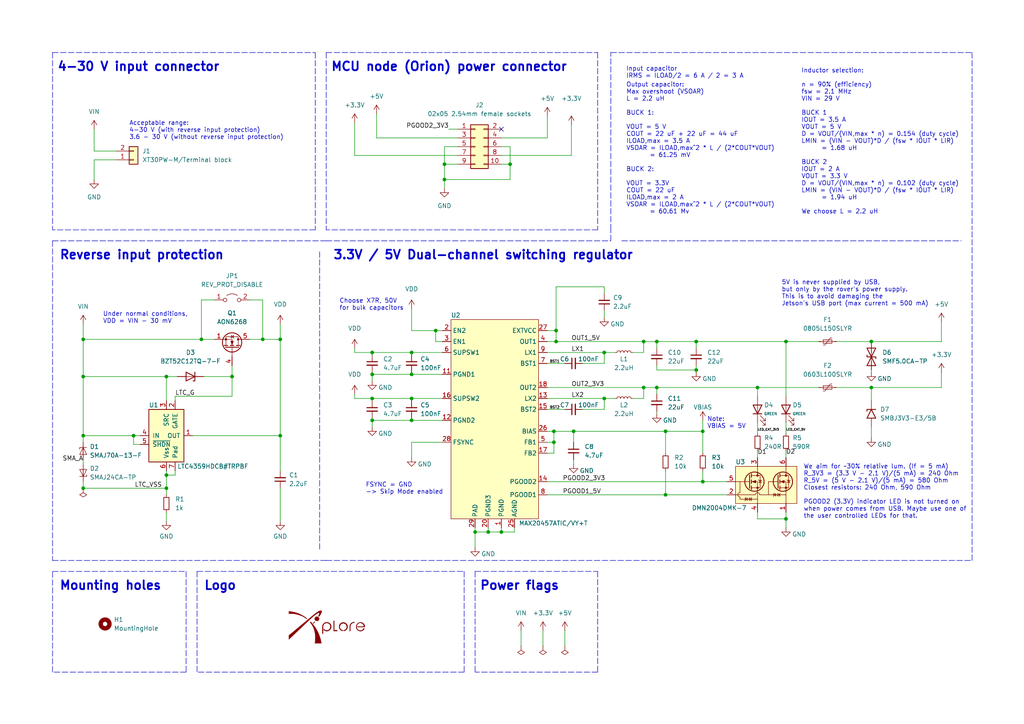
<source format=kicad_sch>
(kicad_sch (version 20211123) (generator eeschema)
  (paper "A4")
  (title_block (title "3.3V/5V Dual-channel Switching Regulator") (rev "1") (company "EPFL Xplore") (comment 2 "Author: Vincent Nguyen"))
  (lib_symbols
    (symbol "0_graphic:Xplore_Logo" (pin_numbers hide) (pin_names (offset 0) hide) (in_bom no))
    (symbol "0_power_protection:BZT52C12TQ-7-F" (pin_numbers hide) (pin_names hide)
      (property "Reference" "D" (at 0 5.715 0))
      (property "Value" "BZT52C12TQ-7-F" (at 0 3.175 0))
      (symbol "BZT52C12TQ-7-F_1_1"
        (pin passive line (at -3.81 0 0) (length 2.54) (name "K") (number "1"))
        (pin passive line (at 3.81 0 180) (length 2.54) (name "A") (number "2"))
      )
    )
    (symbol "0_power_protection:SMAJ24A" (pin_numbers hide) (pin_names hide)
      (property "Reference" "D" (at 0 2.54 0))
      (property "Value" "SMAJ24A" (at 0 -2.54 0))
      (symbol "SMAJ24A_1_1"
        (pin passive line (at -2.54 0 0) (length 2.54) (name "K1") (number "1"))
        (pin passive line (at 2.54 0 180) (length 2.54) (name "A") (number "2"))
      )
    )
    (symbol "0_power_protection:SMAJ70A" (pin_numbers hide) (pin_names hide)
      (property "Reference" "D80" (at -1.27 2.54 0))
      (property "Value" "SMAJ70A" (at -3.81 -2.54 0))
      (symbol "SMAJ70A_1_1"
        (pin passive line (at -2.54 0 0) (length 2.54) (name "K1") (number "1"))
        (pin passive line (at 2.54 0 180) (length 2.54) (name "A") (number "2"))
      )
    )
    (symbol "0_power_protection:SMBJ3V3-E3-5B" (pin_numbers hide) (pin_names hide)
      (property "Reference" "D" (at 0 0 0))
      (property "Value" "SMBJ3V3-E3-5B" (at 0 0 0))
      (symbol "SMBJ3V3-E3-5B_1_1"
        (pin passive line (at -3.81 0 0) (length 2.54) (name "A1") (number "1"))
        (pin passive line (at 3.81 0 180) (length 2.54) (name "A2") (number "2"))
      )
    )
    (symbol "0_power_protection:SMF5.0CA" (pin_numbers hide) (pin_names (offset 1.016) hide)
      (property "Reference" "D" (at 0 6.35 0))
      (property "Value" "SMF5.0CA" (at 3.81 3.81 0))
      (symbol "SMF5.0CA_1_1"
        (pin passive line (at -3.81 0 0) (length 2.54) (name "A1") (number "1"))
        (pin passive line (at 3.81 0 180) (length 2.54) (name "A2") (number "2"))
      )
    )
    (symbol "0_power_symbols:VBIAS" (power) (pin_numbers hide) (in_bom no) (on_board no)
      (property "Value" "VBIAS" (at 0 3.81 0))
      (symbol "VBIAS_1_1"
        (pin power_in line (at 0 0 90) (length 0) hide (name "VBIAS") (number "1"))
      )
    )
    (symbol "0_power_symbols:VIN" (power) (in_bom no) (on_board no)
      (property "Value" "VIN" (at 0 3.81 0))
      (symbol "VIN_1_1"
        (pin power_in line (at 0 0 90) (length 0) hide (name "VIN") (number "1"))
      )
    )
    (symbol "0_regulator_switching:MAX20457"
      (property "Reference" "U" (at -12.7 27.305 0))
      (property "Value" "MAX20457" (at 6.35 -33.02 0))
      (symbol "MAX20457_1_1"
        (pin power_in line (at 1.905 -34.29 90) (length 2.54) (name "PGND") (number "1"))
        (pin passive line (at 15.24 16.51 180) (length 2.54) hide (name "LX1") (number "10"))
        (pin power_in line (at -15.24 10.16 0) (length 2.54) (name "PGND1") (number "11"))
        (pin power_out line (at -15.24 -3.175 0) (length 2.54) (name "PGND2") (number "12"))
        (pin output line (at 15.24 3.175 180) (length 2.54) (name "LX2") (number "13"))
        (pin open_collector line (at 15.24 -20.955 180) (length 2.54) (name "PGOOD2") (number "14"))
        (pin output line (at 15.24 0 180) (length 2.54) (name "BST2") (number "15"))
        (pin power_out line (at -15.24 3.175 0) (length 2.54) (name "SUPSW2") (number "16"))
        (pin input line (at 15.24 -12.7 180) (length 2.54) (name "FB2") (number "17"))
        (pin input line (at 15.24 6.35 180) (length 2.54) (name "OUT2") (number "18"))
        (pin power_in line (at 1.905 -34.29 90) (length 2.54) hide (name "PGND") (number "19"))
        (pin input line (at -15.24 22.86 0) (length 2.54) (name "EN2") (number "2"))
        (pin power_in line (at -1.905 -34.29 90) (length 2.54) (name "PGND3") (number "20"))
        (pin no_connect line (at -15.24 -19.05 0) (length 2.54) hide (name "NC") (number "21"))
        (pin no_connect line (at -15.24 -14.605 0) (length 2.54) hide (name "NC") (number "22"))
        (pin power_in line (at 1.905 -34.29 90) (length 2.54) hide (name "PGND") (number "23"))
        (pin power_in line (at 1.905 -34.29 90) (length 2.54) hide (name "PGND") (number "24"))
        (pin power_in line (at 5.715 -34.29 90) (length 2.54) (name "AGND") (number "25"))
        (pin power_out line (at 15.24 -6.35 180) (length 2.54) (name "BIAS") (number "26"))
        (pin power_out line (at 15.24 22.86 180) (length 2.54) (name "EXTVCC") (number "27"))
        (pin input line (at -15.24 -9.525 0) (length 2.54) (name "FSYNC") (number "28"))
        (pin power_in line (at -5.715 -34.29 90) (length 2.54) (name "PAD") (number "29"))
        (pin input line (at -15.24 19.685 0) (length 2.54) (name "EN1") (number "3"))
        (pin input line (at 15.24 19.685 180) (length 2.54) (name "OUT1") (number "4"))
        (pin input line (at 15.24 -9.525 180) (length 2.54) (name "FB1") (number "5"))
        (pin power_in line (at -15.24 16.51 0) (length 2.54) (name "SUPSW1") (number "6"))
        (pin output line (at 15.24 13.335 180) (length 2.54) (name "BST1") (number "7"))
        (pin open_collector line (at 15.24 -24.765 180) (length 2.54) (name "PGOOD1") (number "8"))
        (pin passive line (at 15.24 16.51 180) (length 2.54) (name "LX1") (number "9"))
      )
    )
    (symbol "0_transistor:AON6268" (pin_names hide)
      (property "Reference" "Q" (at -1.27 0 0))
      (property "Value" "AON6268" (at 6.35 3.175 0))
      (symbol "AON6268_1_1"
        (pin passive line (at 0 -5.08 90) (length 2.54) (name "S") (number "1"))
        (pin passive line (at 0 -5.08 90) (length 2.54) hide (name "S") (number "2"))
        (pin passive line (at 0 -5.08 90) (length 2.54) hide (name "S") (number "3"))
        (pin input line (at -7.62 0 0) (length 2.54) (name "G") (number "4"))
        (pin passive line (at 0 5.08 270) (length 2.54) (name "D") (number "5"))
      )
    )
    (symbol "0_transistor:DMN2004DMK-7" (pin_names hide)
      (property "Reference" "U" (at 8.89 -2.54 0))
      (property "Value" "DMN2004DMK-7" (at 8.89 -5.08 0))
      (symbol "DMN2004DMK-7_1_1"
        (pin passive line (at 4.445 -8.255 90) (length 2.54) (name "S2") (number "1"))
        (pin input line (at -12.7 -3.175 0) (length 2.54) (name "G2") (number "2"))
        (pin passive line (at -3.81 7.62 270) (length 2.54) (name "D1") (number "3"))
        (pin passive line (at -3.81 -8.255 90) (length 2.54) (name "S1") (number "4"))
        (pin input line (at -12.7 0.635 0) (length 2.54) (name "G1") (number "5"))
        (pin passive line (at 4.445 7.62 270) (length 2.54) (name "D2") (number "6"))
      )
    )
    (symbol "Connector_Generic:Conn_01x02" (pin_names (offset 1.016) hide)
      (property "Reference" "J" (at 0 2.54 0))
      (property "Value" "Conn_01x02" (at 0 -5.08 0))
      (symbol "Conn_01x02_1_1"
        (pin passive line (at -5.08 0 0) (length 3.81) (name "Pin_1") (number "1"))
        (pin passive line (at -5.08 -2.54 0) (length 3.81) (name "Pin_2") (number "2"))
      )
    )
    (symbol "Connector_Generic:Conn_02x05_Odd_Even" (pin_names (offset 1.016) hide)
      (property "Reference" "J" (at 1.27 7.62 0))
      (property "Value" "Conn_02x05_Odd_Even" (at 1.27 -7.62 0))
      (symbol "Conn_02x05_Odd_Even_1_1"
        (pin passive line (at -5.08 5.08 0) (length 3.81) (name "Pin_1") (number "1"))
        (pin passive line (at 7.62 -5.08 180) (length 3.81) (name "Pin_10") (number "10"))
        (pin passive line (at 7.62 5.08 180) (length 3.81) (name "Pin_2") (number "2"))
        (pin passive line (at -5.08 2.54 0) (length 3.81) (name "Pin_3") (number "3"))
        (pin passive line (at 7.62 2.54 180) (length 3.81) (name "Pin_4") (number "4"))
        (pin passive line (at -5.08 0 0) (length 3.81) (name "Pin_5") (number "5"))
        (pin passive line (at 7.62 0 180) (length 3.81) (name "Pin_6") (number "6"))
        (pin passive line (at -5.08 -2.54 0) (length 3.81) (name "Pin_7") (number "7"))
        (pin passive line (at 7.62 -2.54 180) (length 3.81) (name "Pin_8") (number "8"))
        (pin passive line (at -5.08 -5.08 0) (length 3.81) (name "Pin_9") (number "9"))
      )
    )
    (symbol "Device:C_Small" (pin_numbers hide) (pin_names (offset 0.254) hide)
      (property "Reference" "C" (at 0.254 1.778 0))
      (property "Value" "C_Small" (at 0.254 -2.032 0))
      (symbol "C_Small_1_1"
        (pin passive line (at 0 2.54 270) (length 2.032) (name "~") (number "1"))
        (pin passive line (at 0 -2.54 90) (length 2.032) (name "~") (number "2"))
      )
    )
    (symbol "Device:LED" (pin_numbers hide) (pin_names (offset 1.016) hide)
      (property "Reference" "D" (at 0 2.54 0))
      (property "Value" "LED" (at 0 -2.54 0))
      (symbol "LED_1_1"
        (pin passive line (at -3.81 0 0) (length 2.54) (name "K") (number "1"))
        (pin passive line (at 3.81 0 180) (length 2.54) (name "A") (number "2"))
      )
    )
    (symbol "Device:L_Small" (pin_numbers hide) (pin_names (offset 0.254) hide)
      (property "Reference" "L" (at 0.762 1.016 0))
      (property "Value" "L_Small" (at 0.762 -1.016 0))
      (symbol "L_Small_1_1"
        (pin passive line (at 0 2.54 270) (length 0.508) (name "~") (number "1"))
        (pin passive line (at 0 -2.54 90) (length 0.508) (name "~") (number "2"))
      )
    )
    (symbol "Device:Polyfuse_Small" (pin_numbers hide) (pin_names (offset 0))
      (property "Reference" "F" (at -1.905 0 90))
      (property "Value" "Polyfuse_Small" (at 1.905 0 90))
      (symbol "Polyfuse_Small_1_1"
        (pin passive line (at 0 2.54 270) (length 0.635) (name "~") (number "1"))
        (pin passive line (at 0 -2.54 90) (length 0.635) (name "~") (number "2"))
      )
    )
    (symbol "Device:R_Small" (pin_numbers hide) (pin_names (offset 0.254) hide)
      (property "Reference" "R" (at 0.762 0.508 0))
      (property "Value" "R_Small" (at 0.762 -1.016 0))
      (symbol "R_Small_1_1"
        (pin passive line (at 0 2.54 270) (length 0.762) (name "~") (number "1"))
        (pin passive line (at 0 -2.54 90) (length 0.762) (name "~") (number "2"))
      )
    )
    (symbol "Jumper:Jumper_2_Open" (pin_names (offset 0) hide)
      (property "Reference" "JP" (at 0 2.794 0))
      (property "Value" "Jumper_2_Open" (at 0 -2.286 0))
      (symbol "Jumper_2_Open_1_1"
        (pin passive line (at -5.08 0 0) (length 2.54) (name "A") (number "1"))
        (pin passive line (at 5.08 0 180) (length 2.54) (name "B") (number "2"))
      )
    )
    (symbol "Mechanical:MountingHole" (pin_names (offset 1.016))
      (property "Reference" "H" (at 0 5.08 0))
      (property "Value" "MountingHole" (at 0 3.175 0))
    )
    (symbol "Power_Management:LTC4359-DCB" (pin_names (offset 1.016))
      (property "Reference" "U" (at -5.08 8.89 0))
      (property "Value" "LTC4359-DCB" (at 6.35 -6.35 0))
      (symbol "LTC4359-DCB_1_1"
        (pin input line (at 7.62 0 180) (length 2.54) (name "OUT") (number "1"))
        (pin output line (at 2.54 10.16 270) (length 2.54) (name "GATE") (number "2"))
        (pin input line (at 0 10.16 270) (length 2.54) (name "SRC") (number "3"))
        (pin power_in line (at -7.62 0 0) (length 2.54) (name "IN") (number "4"))
        (pin input line (at -7.62 -2.54 0) (length 2.54) (name "~{SHDN}") (number "5"))
        (pin power_in line (at 0 -10.16 90) (length 2.54) (name "Vss") (number "6"))
        (pin power_in line (at 2.54 -10.16 90) (length 2.54) (name "Pad") (number "7"))
      )
    )
    (symbol "power:+3.3V" (power) (pin_names (offset 0))
      (property "Value" "+3.3V" (at 0 3.556 0))
      (symbol "+3.3V_1_1"
        (pin power_in line (at 0 0 90) (length 0) hide (name "+3.3V") (number "1"))
      )
    )
    (symbol "power:+5V" (power) (pin_names (offset 0))
      (property "Value" "+5V" (at 0 3.556 0))
      (symbol "+5V_1_1"
        (pin power_in line (at 0 0 90) (length 0) hide (name "+5V") (number "1"))
      )
    )
    (symbol "power:GND" (power) (pin_names (offset 0))
      (property "Value" "GND" (at 0 -3.81 0))
      (symbol "GND_1_1"
        (pin power_in line (at 0 0 270) (length 0) hide (name "GND") (number "1"))
      )
    )
    (symbol "power:PWR_FLAG" (power) (pin_numbers hide) (pin_names (offset 0) hide)
      (property "Value" "PWR_FLAG" (at 0 3.81 0))
      (symbol "PWR_FLAG_0_0"
        (pin power_out line (at 0 0 90) (length 0) (name "pwr") (number "1"))
      )
    )
    (symbol "power:VDD" (power) (pin_names (offset 0))
      (property "Value" "VDD" (at 0 3.81 0))
      (symbol "VDD_1_1"
        (pin power_in line (at 0 0 90) (length 0) hide (name "VDD") (number "1"))
      )
    )
  )
  (junction (at 161.29 99.06))
  (junction (at 24.13 109.22))
  (junction (at 175.26 102.235))
  (junction (at 48.26 109.22))
  (junction (at 119.38 108.585))
  (junction (at 193.04 125.095))
  (junction (at 128.905 47.625))
  (junction (at 58.42 98.425))
  (junction (at 119.38 121.92))
  (junction (at 128.905 52.07))
  (junction (at 203.835 139.7))
  (junction (at 48.26 137.795))
  (junction (at 76.2 98.425))
  (junction (at 166.37 125.095))
  (junction (at 161.29 95.885))
  (junction (at 252.73 99.06))
  (junction (at 24.13 126.365))
  (junction (at 175.26 115.57))
  (junction (at 141.605 154.305))
  (junction (at 145.415 154.305))
  (junction (at 119.38 102.235))
  (junction (at 107.95 121.92))
  (junction (at 201.93 99.06))
  (junction (at 119.38 115.57))
  (junction (at 107.95 102.235))
  (junction (at 219.71 112.395))
  (junction (at 147.955 47.625))
  (junction (at 203.835 125.095))
  (junction (at 24.13 141.605))
  (junction (at 126.365 95.885))
  (junction (at 193.04 143.51))
  (junction (at 227.965 99.06))
  (junction (at 201.93 107.315))
  (junction (at 81.28 98.425))
  (junction (at 227.965 150.495))
  (junction (at 186.69 112.395))
  (junction (at 107.95 115.57))
  (junction (at 252.73 112.395))
  (junction (at 107.95 108.585))
  (junction (at 190.5 112.395))
  (junction (at 67.31 109.22))
  (junction (at 81.28 126.365))
  (junction (at 38.735 126.365))
  (junction (at 48.26 141.605))
  (junction (at 160.655 125.095))
  (junction (at 190.5 99.06))
  (junction (at 160.655 128.27))
  (junction (at 186.69 99.06))
  (junction (at 137.795 154.305))
  (junction (at 24.13 98.425))
  (no_connect (at 145.415 37.465))
  (wire (pts (xy 102.87 114.3) (xy 102.87 115.57)))
  (wire (pts (xy 137.795 154.305) (xy 137.795 158.75)))
  (wire (pts (xy 24.13 98.425) (xy 58.42 98.425)))
  (wire (pts (xy 161.29 99.06) (xy 186.69 99.06)))
  (wire (pts (xy 161.29 95.885) (xy 158.75 95.885)))
  (wire (pts (xy 128.905 47.625) (xy 132.715 47.625)))
  (wire (pts (xy 24.13 93.98) (xy 24.13 98.425)))
  (wire (pts (xy 227.965 150.495) (xy 227.965 153.035)))
  (wire (pts (xy 175.26 83.185) (xy 175.26 85.09)))
  (wire (pts (xy 141.605 154.305) (xy 137.795 154.305)))
  (wire (pts (xy 107.95 108.585) (xy 107.95 110.49)))
  (wire (pts (xy 203.835 125.095) (xy 203.835 131.445)))
  (wire (pts (xy 107.95 102.235) (xy 119.38 102.235)))
  (wire (pts (xy 252.73 112.395) (xy 273.05 112.395)))
  (wire (pts (xy 119.38 102.235) (xy 119.38 102.87)))
  (wire (pts (xy 158.75 105.41) (xy 163.83 105.41)))
  (wire (pts (xy 193.04 125.095) (xy 203.835 125.095)))
  (wire (pts (xy 166.37 125.095) (xy 193.04 125.095)))
  (wire (pts (xy 168.91 105.41) (xy 175.26 105.41)))
  (wire (pts (xy 147.955 47.625) (xy 147.955 42.545)))
  (wire (pts (xy 119.38 132.715) (xy 119.38 128.27)))
  (wire (pts (xy 168.91 118.745) (xy 175.26 118.745)))
  (wire (pts (xy 24.13 139.7) (xy 24.13 141.605)))
  (wire (pts (xy 102.87 100.965) (xy 102.87 102.235)))
  (wire (pts (xy 50.8 114.935) (xy 50.8 116.205)))
  (wire (pts (xy 102.87 102.235) (xy 107.95 102.235)))
  (wire (pts (xy 119.38 121.285) (xy 119.38 121.92)))
  (wire (pts (xy 62.23 86.995) (xy 58.42 86.995)))
  (wire (pts (xy 158.75 99.06) (xy 161.29 99.06)))
  (polyline (pts (xy 281.94 15.24) (xy 281.94 66.675)))
  (polyline (pts (xy 137.795 165.735) (xy 137.795 194.945)))
  (wire (pts (xy 128.27 108.585) (xy 119.38 108.585)))
  (wire (pts (xy 137.795 154.305) (xy 137.795 153.035)))
  (wire (pts (xy 190.5 120.015) (xy 190.5 119.38)))
  (wire (pts (xy 201.93 107.315) (xy 201.93 107.95)))
  (polyline (pts (xy 57.15 165.735) (xy 134.62 165.735)))
  (polyline (pts (xy 53.975 194.945) (xy 15.24 194.945)))
  (wire (pts (xy 227.965 122.555) (xy 227.965 125.73)))
  (wire (pts (xy 55.88 126.365) (xy 81.28 126.365)))
  (wire (pts (xy 128.905 54.61) (xy 128.905 52.07)))
  (wire (pts (xy 81.28 141.605) (xy 81.28 151.13)))
  (wire (pts (xy 149.225 153.035) (xy 149.225 154.305)))
  (wire (pts (xy 119.38 115.57) (xy 128.27 115.57)))
  (wire (pts (xy 201.93 99.06) (xy 227.965 99.06)))
  (wire (pts (xy 158.75 33.655) (xy 158.75 40.005)))
  (wire (pts (xy 175.26 115.57) (xy 178.435 115.57)))
  (wire (pts (xy 160.655 125.095) (xy 160.655 128.27)))
  (wire (pts (xy 190.5 99.06) (xy 190.5 100.965)))
  (wire (pts (xy 119.38 95.885) (xy 126.365 95.885)))
  (polyline (pts (xy 94.615 69.85) (xy 177.165 69.85)))
  (wire (pts (xy 201.93 99.06) (xy 201.93 100.965)))
  (wire (pts (xy 252.73 123.825) (xy 252.73 127)))
  (wire (pts (xy 128.905 47.625) (xy 128.905 52.07)))
  (wire (pts (xy 186.69 112.395) (xy 190.5 112.395)))
  (wire (pts (xy 252.73 107.95) (xy 252.73 107.315)))
  (wire (pts (xy 27.305 46.355) (xy 33.655 46.355)))
  (polyline (pts (xy 177.165 69.85) (xy 177.165 66.675)))
  (polyline (pts (xy 94.615 15.24) (xy 94.615 66.675)))
  (wire (pts (xy 190.5 99.06) (xy 201.93 99.06)))
  (wire (pts (xy 62.23 98.425) (xy 58.42 98.425)))
  (polyline (pts (xy 180.34 69.85) (xy 278.765 69.85)))
  (wire (pts (xy 67.31 114.935) (xy 67.31 109.22)))
  (wire (pts (xy 165.735 36.195) (xy 165.735 45.085)))
  (wire (pts (xy 175.26 102.235) (xy 178.435 102.235)))
  (wire (pts (xy 145.415 153.035) (xy 145.415 154.305)))
  (wire (pts (xy 24.13 126.365) (xy 38.735 126.365)))
  (wire (pts (xy 145.415 154.305) (xy 149.225 154.305)))
  (wire (pts (xy 157.48 182.88) (xy 157.48 187.325)))
  (wire (pts (xy 24.13 128.27) (xy 24.13 126.365)))
  (polyline (pts (xy 173.355 194.945) (xy 137.795 194.945)))
  (wire (pts (xy 151.13 182.88) (xy 151.13 187.325)))
  (polyline (pts (xy 91.44 66.675) (xy 15.24 66.675)))
  (wire (pts (xy 227.965 99.06) (xy 237.49 99.06)))
  (polyline (pts (xy 281.94 162.56) (xy 281.94 66.675)))
  (wire (pts (xy 58.42 86.995) (xy 58.42 98.425)))
  (wire (pts (xy 27.305 43.815) (xy 33.655 43.815)))
  (wire (pts (xy 102.87 45.085) (xy 132.715 45.085)))
  (polyline (pts (xy 134.62 194.945) (xy 57.15 194.945)))
  (polyline (pts (xy 173.355 15.24) (xy 173.355 66.675)))
  (wire (pts (xy 186.69 115.57) (xy 183.515 115.57)))
  (wire (pts (xy 186.69 102.235) (xy 183.515 102.235)))
  (wire (pts (xy 141.605 154.305) (xy 145.415 154.305)))
  (wire (pts (xy 158.75 118.745) (xy 163.83 118.745)))
  (wire (pts (xy 67.31 109.22) (xy 67.31 106.045)))
  (polyline (pts (xy 15.24 162.56) (xy 94.615 162.56)))
  (wire (pts (xy 128.27 99.06) (xy 126.365 99.06)))
  (wire (pts (xy 158.75 143.51) (xy 193.04 143.51)))
  (wire (pts (xy 107.95 108.585) (xy 107.95 107.95)))
  (wire (pts (xy 107.95 115.57) (xy 107.95 116.205)))
  (wire (pts (xy 227.965 150.495) (xy 219.71 150.495)))
  (polyline (pts (xy 137.795 165.735) (xy 173.355 165.735)))
  (wire (pts (xy 252.73 112.395) (xy 252.73 116.205)))
  (polyline (pts (xy 94.615 162.56) (xy 281.94 162.56)))
  (wire (pts (xy 227.965 99.06) (xy 227.965 114.935)))
  (wire (pts (xy 227.965 148.59) (xy 227.965 150.495)))
  (wire (pts (xy 145.415 47.625) (xy 147.955 47.625)))
  (wire (pts (xy 128.905 42.545) (xy 132.715 42.545)))
  (wire (pts (xy 161.29 83.185) (xy 161.29 95.885)))
  (wire (pts (xy 27.305 37.465) (xy 27.305 43.815)))
  (wire (pts (xy 24.13 109.22) (xy 24.13 126.365)))
  (wire (pts (xy 38.735 126.365) (xy 40.64 126.365)))
  (wire (pts (xy 48.26 109.22) (xy 24.13 109.22)))
  (wire (pts (xy 219.71 150.495) (xy 219.71 148.59)))
  (wire (pts (xy 48.26 148.59) (xy 48.26 151.13)))
  (polyline (pts (xy 15.24 69.85) (xy 94.615 69.85)))
  (wire (pts (xy 50.8 137.795) (xy 50.8 136.525)))
  (wire (pts (xy 175.26 118.745) (xy 175.26 115.57)))
  (wire (pts (xy 109.22 33.02) (xy 109.22 40.005)))
  (polyline (pts (xy 15.24 194.945) (xy 15.24 165.735)))
  (wire (pts (xy 158.75 112.395) (xy 186.69 112.395)))
  (wire (pts (xy 166.37 133.35) (xy 166.37 134.62)))
  (wire (pts (xy 147.955 47.625) (xy 147.955 52.07)))
  (polyline (pts (xy 15.24 15.24) (xy 15.24 66.675)))
  (wire (pts (xy 119.38 121.92) (xy 107.95 121.92)))
  (wire (pts (xy 201.93 106.045) (xy 201.93 107.315)))
  (wire (pts (xy 158.75 40.005) (xy 145.415 40.005)))
  (wire (pts (xy 81.28 98.425) (xy 76.2 98.425)))
  (wire (pts (xy 161.29 99.06) (xy 161.29 95.885)))
  (wire (pts (xy 128.27 121.92) (xy 119.38 121.92)))
  (wire (pts (xy 161.29 83.185) (xy 175.26 83.185)))
  (wire (pts (xy 252.73 99.06) (xy 252.73 99.695)))
  (wire (pts (xy 160.655 131.445) (xy 160.655 128.27)))
  (wire (pts (xy 119.38 108.585) (xy 107.95 108.585)))
  (wire (pts (xy 158.75 125.095) (xy 160.655 125.095)))
  (wire (pts (xy 72.39 86.995) (xy 76.2 86.995)))
  (polyline (pts (xy 134.62 165.735) (xy 134.62 194.945)))
  (wire (pts (xy 166.37 125.095) (xy 160.655 125.095)))
  (polyline (pts (xy 177.165 66.675) (xy 177.165 15.24)))
  (polyline (pts (xy 173.355 66.675) (xy 94.615 66.675)))
  (wire (pts (xy 186.69 112.395) (xy 186.69 115.57)))
  (wire (pts (xy 186.69 99.06) (xy 186.69 102.235)))
  (wire (pts (xy 203.835 136.525) (xy 203.835 139.7)))
  (wire (pts (xy 50.8 114.935) (xy 67.31 114.935)))
  (wire (pts (xy 141.605 153.035) (xy 141.605 154.305)))
  (wire (pts (xy 102.87 115.57) (xy 107.95 115.57)))
  (wire (pts (xy 24.13 141.605) (xy 48.26 141.605)))
  (wire (pts (xy 48.26 137.795) (xy 48.26 141.605)))
  (wire (pts (xy 119.38 102.235) (xy 128.27 102.235)))
  (wire (pts (xy 48.26 136.525) (xy 48.26 137.795)))
  (wire (pts (xy 193.04 143.51) (xy 210.82 143.51)))
  (wire (pts (xy 48.26 141.605) (xy 48.26 143.51)))
  (polyline (pts (xy 173.355 165.735) (xy 173.355 194.945)))
  (wire (pts (xy 76.2 86.995) (xy 76.2 98.425)))
  (wire (pts (xy 119.38 89.535) (xy 119.38 95.885)))
  (wire (pts (xy 203.835 139.7) (xy 210.82 139.7)))
  (polyline (pts (xy 53.975 165.735) (xy 53.975 194.945)))
  (polyline (pts (xy 57.15 165.735) (xy 57.15 194.945)))
  (polyline (pts (xy 91.44 15.24) (xy 91.44 66.675)))
  (wire (pts (xy 190.5 107.315) (xy 201.93 107.315)))
  (wire (pts (xy 81.28 93.98) (xy 81.28 98.425)))
  (wire (pts (xy 27.305 52.07) (xy 27.305 46.355)))
  (wire (pts (xy 273.05 93.345) (xy 273.05 99.06)))
  (wire (pts (xy 24.13 133.35) (xy 24.13 134.62)))
  (wire (pts (xy 158.75 102.235) (xy 175.26 102.235)))
  (wire (pts (xy 219.71 112.395) (xy 219.71 114.935)))
  (polyline (pts (xy 15.24 69.85) (xy 15.24 162.56)))
  (wire (pts (xy 242.57 99.06) (xy 252.73 99.06)))
  (polyline (pts (xy 15.24 165.735) (xy 53.975 165.735)))
  (wire (pts (xy 59.055 109.22) (xy 67.31 109.22)))
  (wire (pts (xy 81.28 126.365) (xy 81.28 98.425)))
  (wire (pts (xy 203.835 121.92) (xy 203.835 125.095)))
  (wire (pts (xy 130.175 37.465) (xy 132.715 37.465)))
  (wire (pts (xy 128.905 47.625) (xy 128.905 42.545)))
  (polyline (pts (xy 15.24 15.24) (xy 91.44 15.24)))
  (polyline (pts (xy 177.165 15.24) (xy 281.94 15.24)))
  (wire (pts (xy 186.69 99.06) (xy 190.5 99.06)))
  (wire (pts (xy 158.75 115.57) (xy 175.26 115.57)))
  (wire (pts (xy 107.95 102.235) (xy 107.95 102.87)))
  (wire (pts (xy 219.71 122.555) (xy 219.71 125.73)))
  (wire (pts (xy 147.955 42.545) (xy 145.415 42.545)))
  (polyline (pts (xy 92.71 73.025) (xy 92.71 159.385)))
  (wire (pts (xy 165.735 45.085) (xy 145.415 45.085)))
  (wire (pts (xy 227.965 130.81) (xy 227.965 132.715)))
  (wire (pts (xy 166.37 128.27) (xy 166.37 125.095)))
  (wire (pts (xy 163.83 182.88) (xy 163.83 187.325)))
  (wire (pts (xy 38.735 128.905) (xy 38.735 126.365)))
  (wire (pts (xy 147.955 52.07) (xy 128.905 52.07)))
  (wire (pts (xy 158.75 139.7) (xy 203.835 139.7)))
  (wire (pts (xy 158.75 131.445) (xy 160.655 131.445)))
  (wire (pts (xy 24.13 98.425) (xy 24.13 109.22)))
  (wire (pts (xy 193.04 136.525) (xy 193.04 143.51)))
  (wire (pts (xy 107.95 121.92) (xy 107.95 121.285)))
  (wire (pts (xy 119.38 107.95) (xy 119.38 108.585)))
  (wire (pts (xy 219.71 112.395) (xy 237.49 112.395)))
  (wire (pts (xy 219.71 130.81) (xy 219.71 132.715)))
  (wire (pts (xy 190.5 112.395) (xy 219.71 112.395)))
  (wire (pts (xy 48.26 109.22) (xy 51.435 109.22)))
  (wire (pts (xy 160.655 128.27) (xy 158.75 128.27)))
  (wire (pts (xy 190.5 106.045) (xy 190.5 107.315)))
  (wire (pts (xy 242.57 112.395) (xy 252.73 112.395)))
  (wire (pts (xy 193.04 125.095) (xy 193.04 131.445)))
  (wire (pts (xy 81.28 136.525) (xy 81.28 126.365)))
  (wire (pts (xy 48.26 116.205) (xy 48.26 109.22)))
  (wire (pts (xy 273.05 107.95) (xy 273.05 112.395)))
  (wire (pts (xy 190.5 114.3) (xy 190.5 112.395)))
  (wire (pts (xy 40.64 128.905) (xy 38.735 128.905)))
  (wire (pts (xy 102.87 35.56) (xy 102.87 45.085)))
  (wire (pts (xy 107.95 121.92) (xy 107.95 123.825)))
  (wire (pts (xy 119.38 128.27) (xy 128.27 128.27)))
  (wire (pts (xy 126.365 99.06) (xy 126.365 95.885)))
  (wire (pts (xy 107.95 115.57) (xy 119.38 115.57)))
  (wire (pts (xy 175.26 105.41) (xy 175.26 102.235)))
  (wire (pts (xy 126.365 95.885) (xy 128.27 95.885)))
  (wire (pts (xy 48.26 137.795) (xy 50.8 137.795)))
  (polyline (pts (xy 94.615 15.24) (xy 173.355 15.24)))
  (wire (pts (xy 119.38 115.57) (xy 119.38 116.205)))
  (wire (pts (xy 76.2 98.425) (xy 72.39 98.425)))
  (wire (pts (xy 175.26 90.17) (xy 175.26 92.075)))
  (wire (pts (xy 109.22 40.005) (xy 132.715 40.005)))
  (wire (pts (xy 273.05 99.06) (xy 252.73 99.06)))
  (text "Output capacitor:\nMax overshoot (VSOAR)\nL = 2.2 uH\n\nBUCK 1:\n\nVOUT = 5 V\nCOUT = 22 uF + 22 uF = 44 uF\nILOAD,max = 3.5 A\nVSOAR = ILOAD,max^2 * L / (2*COUT*VOUT) \n       = 61.25 mV\n\nBUCK 2:\n\nVOUT = 3.3V\nCOUT = 22 uF\nILOAD,max = 2 A\nVSOAR = ILOAD,max^2 * L / (2*COUT*VOUT) \n       = 60.61 Mv\n" (at 181.61 62.23 0) (effects (font (size 1.27 1.27)) (justify left bottom)))
  (text "Reverse input protection" (at 17.145 75.565 0) (effects (font (size 2.54 2.54) (thickness 0.508) bold) (justify left bottom)))
  (text "3.3V / 5V Dual-channel switching regulator" (at 96.52 75.565 0) (effects (font (size 2.54 2.54) (thickness 0.508) bold) (justify left bottom)))
  (text "We aim for ~30% relative lum. (If = 5 mA)\nR_3V3 = (3.3 V - 2.1 V)/(5 mA) = 240 Ohm\nR_5V = (5 V - 2.1 V)/(5 mA) = 580 Ohm\nClosest resistors: 240 Ohm, 590 Ohm\n\nPGOOD2 (3.3V) indicator LED is not turned on\nwhen power comes from USB. Maybe use one of\nthe user controlled LEDs for that." (at 233.045 150.495 0) (effects (font (size 1.27 1.27)) (justify left bottom)))
  (text "Inductor selection:\n\nn = 90% (efficiency)\nfsw = 2.1 MHz\nVIN = 29 V\n\nBUCK 1\nIOUT = 3.5 A\nVOUT = 5 V\nD = VOUT/(VIN,max * n) = 0.154 (duty cycle)\nLMIN = (VIN - VOUT)*D / (fsw * IOUT * LIR) \n      = 1.68 uH\n\nBUCK 2\nIOUT = 2 A\nVOUT = 3.3 V\nD = VOUT/(VIN,max * n) = 0.102 (duty cycle)\nLMIN = (VIN - VOUT)*D / (fsw * IOUT * LIR) \n      = 1.94 uH\n\nWe choose L = 2.2 uH" (at 232.41 62.23 0) (effects (font (size 1.27 1.27)) (justify left bottom)))
  (text "4-30 V input connector" (at 16.51 20.955 0) (effects (font (size 2.54 2.54) (thickness 0.508) bold) (justify left bottom)))
  (text "Acceptable range: \n4-30 V (with reverse input protection)\n3.6 - 30 V (without reverse input protection)" (at 37.465 40.64 0) (effects (font (size 1.27 1.27)) (justify left bottom)))
  (text "FSYNC = GND \n-> Skip Mode enabled" (at 106.045 143.51 0) (effects (font (size 1.27 1.27)) (justify left bottom)))
  (text "Power flags" (at 139.065 171.45 0) (effects (font (size 2.54 2.54) (thickness 0.508) bold) (justify left bottom)))
  (text "Choose X7R, 50V \nfor bulk capacitors" (at 98.425 90.17 0) (effects (font (size 1.27 1.27)) (justify left bottom)))
  (text "MCU node (Orion) power connector" (at 95.885 20.955 0) (effects (font (size 2.54 2.54) (thickness 0.508) bold) (justify left bottom)))
  (text "Mounting holes" (at 17.145 171.45 0) (effects (font (size 2.54 2.54) (thickness 0.508) bold) (justify left bottom)))
  (text "Note:\nVBIAS = 5V" (at 205.105 124.46 0) (effects (font (size 1.27 1.27)) (justify left bottom)))
  (text "Logo" (at 59.055 171.45 0) (effects (font (size 2.54 2.54) (thickness 0.508) bold) (justify left bottom)))
  (text "5V is never supplied by USB, \nbut only by the rover's power supply.\nThis is to avoid damaging the \nJetson's USB port (max current = 500 mA)" (at 226.695 88.9 0) (effects (font (size 1.27 1.27)) (justify left bottom)))
  (text "Input capacitor\nIRMS = ILOAD/2 = 6 A / 2 = 3 A" (at 181.61 22.86 0) (effects (font (size 1.27 1.27)) (justify left bottom)))
  (text "Under normal conditions, \nVDD = VIN - 30 mV" (at 29.845 93.98 0) (effects (font (size 1.27 1.27)) (justify left bottom)))
  (label "OUT2_3V3" (at 165.735 112.395 0))
  (label "PGOOD2_3V3" (at 130.175 37.465 180))
  (label "PGOOD2_3V3" (at 163.195 139.7 0))
  (label "LX2" (at 165.735 115.57 0))
  (label "LED_CAT_5V" (at 227.965 125.095 0) (effects (font (size 0.635 0.635))))
  (label "LED_CAT_3V3" (at 219.71 125.095 0) (effects (font (size 0.635 0.635))))
  (label "BST2" (at 159.385 118.745 0) (effects (font (size 0.762 0.762))))
  (label "D2" (at 227.965 132.0205 0))
  (label "LTC_VSS" (at 46.99 141.605 180))
  (label "LX1" (at 165.735 102.235 0))
  (label "OUT1_5V" (at 165.735 99.06 0))
  (label "LTC_G" (at 50.8 114.935 0))
  (label "SMA_A" (at 24.13 133.985 180))
  (label "PGOOD1_5V" (at 163.195 143.51 0))
  (label "D1" (at 219.71 132.08 0))
  (label "BST1" (at 159.385 105.41 0) (effects (font (size 0.762 0.762))))
  (symbol (lib_id "power:VDD") (at 119.38 89.535 0) (unit 1)
    (property "Reference" "#PWR015" (effects hide))
    (property "Value" "VDD" (at 119.38 83.82 0))
  )
  (symbol (lib_id "power:GND") (at 252.73 127 0) (unit 1)
    (property "Reference" "#PWR029" (effects hide))
    (property "Value" "GND" (at 256.54 128.905 0))
  )
  (symbol (lib_id "0_transistor:DMN2004DMK-7") (at 223.52 140.335 0) (unit 1)
    (property "Reference" "U3" (at 213.36 133.985 0) (effects (justify left)))
    (property "Value" "DMN2004DMK-7" (at 216.535 147.32 0) (effects (justify right)))
    (property "Footprint" "Package_TO_SOT_SMD:SOT-23-6" (effects hide))
    (property "Datasheet" "https://www.diodes.com/assets/Datasheets/ds30937.pdf" (effects hide))
    (property "Manufacturer ref" "DMN2004DMK-7" (effects hide))
    (property "Digikey ref" "DMN2004DMKDICT-ND" (effects hide))
  )
  (symbol (lib_id "Connector_Generic:Conn_01x02") (at 38.735 46.355 0) (mirror x) (unit 1)
    (property "Reference" "J1" (at 41.275 43.815 0) (effects (justify left)))
    (property "Value" "XT30PW-M/Terminal block" (at 41.275 46.355 0) (effects (justify left)))
    (property "Footprint" "0_connectors:AMASS_XT30PW-M_1x02_P2.50mm_Horizontal" (effects hide))
    (property "Datasheet" "https://www.tme.eu/Document/6eb2005a51a52592b3f19e8a450c54c8/XT30PW-M.pdf" (effects hide))
    (property "Manufacturer ref" "XT30PW-M" (effects hide))
    (property "TME ref" "XT30PW-M" (effects hide))
  )
  (symbol (lib_id "0_power_protection:BZT52C12TQ-7-F") (at 55.245 109.22 180) (unit 1)
    (property "Reference" "D3" (at 55.245 102.235 0))
    (property "Value" "BZT52C12TQ-7-F" (at 55.245 104.775 0))
    (property "Footprint" "Diode_SMD:D_SOD-523" (effects hide))
    (property "Datasheet" "https://www.diodes.com/assets/Datasheets/ds30502.pdf" (effects hide))
    (property "Manufacturer ref" "BZT52C12TQ-7-F" (effects hide))
    (property "Digikey ref" "BZT52C12TQ-7-FDICT-ND" (effects hide))
  )
  (symbol (lib_id "power:GND") (at 27.305 52.07 0) (unit 1)
    (property "Reference" "#PWR03" (effects hide))
    (property "Value" "GND" (at 27.305 57.15 0))
  )
  (symbol (lib_id "power:GND") (at 190.5 120.015 0) (unit 1)
    (property "Reference" "#PWR024" (effects hide))
    (property "Value" "GND" (at 194.31 121.92 0))
  )
  (symbol (lib_id "Device:C_Small") (at 166.37 105.41 90) (unit 1)
    (property "Reference" "C6" (at 165.1 104.14 90) (effects (justify left)))
    (property "Value" "100nF" (at 167.64 104.14 90) (effects (justify right)))
    (property "Footprint" "Capacitor_SMD:C_0603_1608Metric" (effects hide))
  )
  (symbol (lib_id "power:+5V") (at 163.83 182.88 0) (unit 1)
    (property "Reference" "#PWR017" (effects hide))
    (property "Value" "+5V" (at 163.83 177.8 0))
  )
  (symbol (lib_id "power:VDD") (at 102.87 114.3 0) (unit 1)
    (property "Reference" "#PWR09" (effects hide))
    (property "Value" "VDD" (at 102.87 108.585 0))
  )
  (symbol (lib_id "Connector_Generic:Conn_02x05_Odd_Even") (at 137.795 42.545 0) (unit 1)
    (property "Reference" "J2" (at 139.065 30.48 0))
    (property "Value" "02x05 2.54mm female sockets" (at 139.065 33.02 0))
    (property "Footprint" "0_connectors:SFH11-PBPC-D05-ST-BK" (effects hide))
    (property "Datasheet" "https://s3.amazonaws.com/catalogspreads-pdf/PAGE123%20.100%20SFH11%20SERIES%20FEMALE%20HDR%20ST%20RA.pdf" (effects hide))
    (property "Manufacturer ref" "SFH11-PBPC-D05-ST-BK" (effects hide))
    (property "Digikey ref" "S9194-ND" (effects hide))
  )
  (symbol (lib_id "0_power_protection:SMBJ3V3-E3-5B") (at 252.73 120.015 90) (mirror x) (unit 1)
    (property "Reference" "D7" (at 255.27 118.745 90) (effects (justify right)))
    (property "Value" "SMBJ3V3-E3/5B" (at 255.27 121.285 90) (effects (justify right)))
    (property "Footprint" "Diode_SMD:D_SMB" (effects hide))
    (property "Datasheet" "https://www.vishay.com/docs/88940/smbj3v3.pdf" (effects hide))
    (property "Manufacturer ref" "SMBJ3V3-E3/5B" (effects hide))
    (property "Digikey ref" "SMBJ3V3-E3/5BGICT-ND" (effects hide))
  )
  (symbol (lib_id "0_power_protection:SMAJ70A") (at 24.13 130.81 270) (unit 1)
    (property "Reference" "D1" (at 26.035 129.5399 90) (effects (justify left)))
    (property "Value" "SMAJ70A-13-F" (at 26.035 132.0799 90) (effects (justify left)))
    (property "Footprint" "Diode_SMD:D_SMA" (effects hide))
    (property "Datasheet" "https://www.diodes.com/assets/Datasheets/SMAJ5.0CA-SMAJ200CA.pdf" (effects hide))
    (property "Manufacturer ref" "SMAJ70A-13-F" (effects hide))
    (property "Digikey ref" "SMAJ70A-FDICT-ND" (effects hide))
  )
  (symbol (lib_id "Device:L_Small") (at 180.975 102.235 90) (unit 1)
    (property "Reference" "L1" (at 180.975 104.14 90))
    (property "Value" "2.2uH" (at 180.975 106.68 90))
    (property "Footprint" "0_inductor:0640CDMCCDS-2R2MC" (effects hide))
    (property "Datasheet" "https://products.sumida.com/products/pdf/0640CDMCCDS%20(en).pdf?t=1585068674" (effects hide))
    (property "Manufacturer ref" "0640CDMCCDS-2R2MC" (effects hide))
    (property "Digikey ref" "308-0640CDMCCDS-2R2MCCT-ND" (effects hide))
  )
  (symbol (lib_id "Device:LED") (at 227.965 118.745 90) (unit 1)
    (property "Reference" "D5" (at 229.87 117.475 90) (effects (justify right)))
    (property "Value" "GREEN" (at 229.87 120.015 90) (effects (font (size 0.762 0.762)) (justify right)))
    (property "Footprint" "LED_SMD:LED_0603_1608Metric" (effects hide))
    (property "Datasheet" "https://www.bivar.com/parts_content/Datasheets/SM0603GC.pdf" (effects hide))
    (property "Manufacturer ref" "SM0603GC" (effects hide))
    (property "Digikey ref" "492-1324-1-ND" (effects hide))
  )
  (symbol (lib_id "0_power_symbols:VIN") (at 151.13 182.88 0) (unit 1) (in_bom no) (on_board no)
    (property "Reference" "#PWR012" (effects hide))
    (property "Value" "VIN" (at 151.13 177.8 0))
  )
  (symbol (lib_id "power:+5V") (at 273.05 93.345 0) (unit 1)
    (property "Reference" "#PWR030" (effects hide))
    (property "Value" "+5V" (at 273.05 88.265 0))
  )
  (symbol (lib_id "Device:R_Small") (at 219.71 128.27 180) (unit 1)
    (property "Reference" "R4" (at 221.615 127 0) (effects (justify right)))
    (property "Value" "240R" (at 221.615 129.54 0) (effects (justify right)))
    (property "Footprint" "Resistor_SMD:R_0603_1608Metric" (effects hide))
  )
  (symbol (lib_id "0_graphic:Xplore_Logo") (at 94.615 185.42 0) (unit 1) (in_bom no)
    (property "Reference" "G1" (effects hide))
    (property "Value" "Xplore_Logo" (effects hide))
    (property "Footprint" "0_graphic:Xplore_Logo_X_only_10mm" (effects hide))
  )
  (symbol (lib_id "Device:C_Small") (at 190.5 103.505 0) (unit 1)
    (property "Reference" "C10" (at 193.675 102.2412 0) (effects (justify left)))
    (property "Value" "22uF" (at 193.675 104.7812 0) (effects (justify left)))
    (property "Footprint" "Capacitor_SMD:C_1206_3216Metric" (effects hide))
    (property "Datasheet" "https://search.murata.co.jp/Ceramy/image/img/A01X/G101/ENG/GRM31CR71A226KE15-01.pdf" (effects hide))
    (property "Digikey ref" "490-5309-1-ND" (effects hide))
    (property "Manufacturer ref" "GRM31CR71A226KE15L" (effects hide))
  )
  (symbol (lib_id "Device:L_Small") (at 180.975 115.57 90) (unit 1)
    (property "Reference" "L2" (at 180.975 117.475 90))
    (property "Value" "2.2uH" (at 180.975 120.015 90))
    (property "Footprint" "0_inductor:0640CDMCCDS-2R2MC" (effects hide))
    (property "Datasheet" "https://products.sumida.com/products/pdf/0640CDMCCDS%20(en).pdf?t=1585068674" (effects hide))
    (property "Manufacturer ref" "0640CDMCCDS-2R2MC" (effects hide))
    (property "Digikey ref" "308-0640CDMCCDS-2R2MCCT-ND" (effects hide))
  )
  (symbol (lib_id "Device:R_Small") (at 48.26 146.05 180) (unit 1)
    (property "Reference" "R1" (at 50.8 144.7799 0) (effects (justify right)))
    (property "Value" "1k" (at 50.8 147.3199 0) (effects (justify right)))
    (property "Footprint" "Resistor_SMD:R_1206_3216Metric" (effects hide))
    (property "Datasheet" "https://www.vishay.com/docs/20043/crcwhpe3.pdf" (effects hide))
    (property "Manufacturer ref" "CRCW12061K00JNEAHP" (effects hide))
    (property "Digikey ref" "541-1.0KUACT-ND" (effects hide))
  )
  (symbol (lib_id "power:GND") (at 128.905 54.61 0) (unit 1)
    (property "Reference" "#PWR018" (effects hide))
    (property "Value" "GND" (at 128.905 59.69 0))
  )
  (symbol (lib_id "power:GND") (at 166.37 134.62 0) (unit 1)
    (property "Reference" "#PWR022" (effects hide))
    (property "Value" "GND" (at 170.18 136.525 0))
  )
  (symbol (lib_id "0_regulator_switching:MAX20457") (at 143.51 118.745 0) (unit 1)
    (property "Reference" "U2" (at 130.81 91.44 0) (effects (justify left)))
    (property "Value" "MAX20457ATIC/VY+T" (at 150.495 151.765 0) (effects (justify left)))
    (property "Footprint" "Package_DFN_QFN:TQFN-28-1EP_5x5mm_P0.5mm_EP3.25x3.25mm_ThermalVias" (effects hide))
    (property "Datasheet" "https://www.mouser.ch/datasheet/2/256/MAX20457-2090433.pdf" (effects hide))
    (property "Manufacturer ref" "MAX20457ATIC/VY+T" (effects hide))
    (property "Digikey ref" "175-MAX20457ATIC/VY+TTR-ND" (effects hide))
  )
  (symbol (lib_id "power:GND") (at 201.93 107.95 0) (unit 1)
    (property "Reference" "#PWR025" (effects hide))
    (property "Value" "GND" (at 205.74 109.855 0))
  )
  (symbol (lib_id "power:GND") (at 119.38 132.715 0) (unit 1)
    (property "Reference" "#PWR016" (effects hide))
    (property "Value" "GND" (at 123.19 134.62 0))
  )
  (symbol (lib_id "power:GND") (at 107.95 110.49 0) (unit 1)
    (property "Reference" "#PWR010" (effects hide))
    (property "Value" "GND" (at 111.76 112.395 0))
  )
  (symbol (lib_id "Device:C_Small") (at 81.28 139.065 180) (unit 1)
    (property "Reference" "C1" (at 83.82 137.7885 0) (effects (justify right)))
    (property "Value" "2.2uF" (at 83.82 140.3285 0) (effects (justify right)))
    (property "Footprint" "Capacitor_SMD:C_0603_1608Metric" (effects hide))
  )
  (symbol (lib_id "power:GND") (at 81.28 151.13 0) (unit 1)
    (property "Reference" "#PWR06" (effects hide))
    (property "Value" "GND" (at 81.28 155.575 0))
  )
  (symbol (lib_id "power:+3.3V") (at 157.48 182.88 0) (unit 1)
    (property "Reference" "#PWR014" (effects hide))
    (property "Value" "+3.3V" (at 157.48 177.8 0))
  )
  (symbol (lib_id "0_power_protection:SMAJ24A") (at 24.13 137.16 90) (unit 1)
    (property "Reference" "D2" (at 26.035 135.8899 90) (effects (justify right)))
    (property "Value" "SMAJ24CA-TP" (at 26.035 138.4299 90) (effects (justify right)))
    (property "Footprint" "Diode_SMD:D_SMA" (effects hide))
    (property "Datasheet" "https://www.mccsemi.com/pdf/Products/SMAJ5.0-SMAJ440CA(SMA).pdf" (effects hide))
    (property "Manufacturer ref" "SMAJ24CA-TP" (effects hide))
    (property "Digikey ref" "SMAJ24CA-TPMSCT-ND" (effects hide))
  )
  (symbol (lib_id "0_power_symbols:VIN") (at 27.305 37.465 0) (unit 1) (in_bom no) (on_board no)
    (property "Reference" "#PWR02" (effects hide))
    (property "Value" "VIN" (at 27.305 32.385 0))
  )
  (symbol (lib_id "Device:LED") (at 219.71 118.745 90) (unit 1)
    (property "Reference" "D4" (at 221.615 117.475 90) (effects (justify right)))
    (property "Value" "GREEN" (at 221.615 120.015 90) (effects (font (size 0.762 0.762)) (justify right)))
    (property "Footprint" "LED_SMD:LED_0603_1608Metric" (effects hide))
    (property "Datasheet" "https://www.bivar.com/parts_content/Datasheets/SM0603GC.pdf" (effects hide))
    (property "Manufacturer ref" "SM0603GC" (effects hide))
    (property "Digikey ref" "492-1324-1-ND" (effects hide))
  )
  (symbol (lib_id "power:PWR_FLAG") (at 151.13 187.325 180) (unit 1)
    (property "Reference" "#FLG02" (effects hide))
    (property "Value" "PWR_FLAG" (effects hide))
  )
  (symbol (lib_id "0_power_protection:SMF5.0CA") (at 252.73 103.505 90) (unit 1)
    (property "Reference" "D6" (at 255.905 102.2349 90) (effects (justify right)))
    (property "Value" "SMF5.0CA-TP" (at 255.905 104.7749 90) (effects (justify right)))
    (property "Footprint" "Diode_SMD:D_SOD-123" (effects hide))
    (property "Datasheet" "https://www.mouser.ch/datasheet/2/240/Littelfuse_TVS_Diode_SMF_Datasheet.pdf-1698977.pdf" (effects hide))
    (property "Manufacturer ref" "SMF5.0CA-TP" (effects hide))
    (property "Digikey ref" "353-SMF5.0CA-TPCT-ND" (effects hide))
  )
  (symbol (lib_id "power:GND") (at 175.26 92.075 0) (unit 1)
    (property "Reference" "#PWR023" (effects hide))
    (property "Value" "GND" (at 179.07 93.98 0))
  )
  (symbol (lib_id "Device:C_Small") (at 119.38 118.745 0) (unit 1)
    (property "Reference" "C5" (at 121.92 117.4812 0) (effects (justify left)))
    (property "Value" "100nF" (at 121.92 120.0212 0) (effects (justify left)))
    (property "Footprint" "Capacitor_SMD:C_0603_1608Metric" (effects hide))
  )
  (symbol (lib_id "Device:Polyfuse_Small") (at 240.03 99.06 90) (unit 1)
    (property "Reference" "F1" (at 240.03 92.71 90))
    (property "Value" "0805L150SLYR" (at 240.03 95.25 90))
    (property "Footprint" "Fuse:Fuse_0805_2012Metric" (effects hide))
    (property "Datasheet" "https://www.littelfuse.com/~/media/electronics/datasheets/resettable_ptcs/littelfuse_ptc_low_rho_datasheet.pdf.pdf" (effects hide))
    (property "Manufacturer ref" "0805L150SLYR" (effects hide))
    (property "Digikey ref" "F5763CT-ND" (effects hide))
  )
  (symbol (lib_id "power:GND") (at 227.965 153.035 0) (unit 1)
    (property "Reference" "#PWR027" (effects hide))
    (property "Value" "GND" (at 231.775 154.94 0))
  )
  (symbol (lib_id "power:+3.3V") (at 273.05 107.95 0) (unit 1)
    (property "Reference" "#PWR031" (effects hide))
    (property "Value" "+3.3V" (at 273.05 102.87 0))
  )
  (symbol (lib_id "Power_Management:LTC4359-DCB") (at 48.26 126.365 0) (unit 1)
    (property "Reference" "U1" (at 43.18 117.475 0) (effects (justify left)))
    (property "Value" "LTC4359HDCB#TRPBF" (at 51.435 135.255 0) (effects (justify left)))
    (property "Footprint" "Package_DFN_QFN:DFN-6-1EP_3x2mm_P0.5mm_EP1.65x1.35mm" (effects hide))
    (property "Datasheet" "https://www.analog.com/media/en/technical-documentation/data-sheets/ltc4359.pdf" (effects hide))
    (property "Manufacturer ref" "LTC4359HDCB#TRPBF" (effects hide))
    (property "Digikey ref" "505-LTC4359HDCB#TRPBFCT-ND" (effects hide))
  )
  (symbol (lib_id "Device:C_Small") (at 190.5 116.84 0) (unit 1)
    (property "Reference" "C11" (at 193.675 115.5762 0) (effects (justify left)))
    (property "Value" "22uF" (at 193.675 118.1162 0) (effects (justify left)))
    (property "Footprint" "Capacitor_SMD:C_1206_3216Metric" (effects hide))
    (property "Datasheet" "https://search.murata.co.jp/Ceramy/image/img/A01X/G101/ENG/GRM31CR71A226KE15-01.pdf" (effects hide))
    (property "Digikey ref" "490-5309-1-ND" (effects hide))
    (property "Manufacturer ref" "GRM31CR71A226KE15L" (effects hide))
  )
  (symbol (lib_id "Device:R_Small") (at 193.04 133.985 0) (unit 1)
    (property "Reference" "R2" (at 195.58 132.7149 0) (effects (justify left)))
    (property "Value" "10k" (at 195.58 135.2549 0) (effects (justify left)))
    (property "Footprint" "Resistor_SMD:R_0603_1608Metric" (effects hide))
  )
  (symbol (lib_id "Device:C_Small") (at 119.38 105.41 0) (unit 1)
    (property "Reference" "C4" (at 121.92 104.1462 0) (effects (justify left)))
    (property "Value" "100nF" (at 121.92 106.6862 0) (effects (justify left)))
    (property "Footprint" "Capacitor_SMD:C_0603_1608Metric" (effects hide))
  )
  (symbol (lib_id "Mechanical:MountingHole") (at 30.48 180.975 0) (unit 1) (in_bom no)
    (property "Reference" "H1" (at 33.02 179.7049 0) (effects (justify left)))
    (property "Value" "MountingHole" (at 33.02 182.2449 0) (effects (justify left)))
    (property "Footprint" "MountingHole:MountingHole_2.2mm_M2" (effects hide))
  )
  (symbol (lib_id "power:GND") (at 252.73 107.95 0) (unit 1)
    (property "Reference" "#PWR028" (effects hide))
    (property "Value" "GND" (at 256.54 109.855 0))
  )
  (symbol (lib_id "Device:R_Small") (at 203.835 133.985 0) (unit 1)
    (property "Reference" "R3" (at 206.375 132.7149 0) (effects (justify left)))
    (property "Value" "10k" (at 206.375 135.2549 0) (effects (justify left)))
    (property "Footprint" "Resistor_SMD:R_0603_1608Metric" (effects hide))
  )
  (symbol (lib_id "power:GND") (at 48.26 151.13 0) (unit 1)
    (property "Reference" "#PWR04" (effects hide))
    (property "Value" "GND" (at 48.26 155.575 0))
  )
  (symbol (lib_id "power:VDD") (at 102.87 100.965 0) (unit 1)
    (property "Reference" "#PWR08" (effects hide))
    (property "Value" "VDD" (at 102.87 95.25 0))
  )
  (symbol (lib_id "power:+5V") (at 158.75 33.655 0) (unit 1)
    (property "Reference" "#PWR020" (effects hide))
    (property "Value" "+5V" (at 158.75 28.575 0))
  )
  (symbol (lib_id "Device:C_Small") (at 107.95 105.41 0) (unit 1)
    (property "Reference" "C2" (at 111.125 104.1462 0) (effects (justify left)))
    (property "Value" "4.7uF" (at 111.125 106.6862 0) (effects (justify left)))
    (property "Footprint" "Capacitor_SMD:C_1206_3216Metric" (effects hide))
    (property "Datasheet" "https://search.murata.co.jp/Ceramy/image/img/A01X/G101/ENG/GRM31CR71H475KA12-01.pdf" (effects hide))
    (property "Manufacturer ref" "GRM31CR71H475KA12L" (effects hide))
    (property "Digikey ref" "490-6521-1-ND" (effects hide))
  )
  (symbol (lib_id "power:+3.3V") (at 165.735 36.195 0) (unit 1)
    (property "Reference" "#PWR021" (effects hide))
    (property "Value" "+3.3V" (at 165.735 28.575 0))
  )
  (symbol (lib_id "power:GND") (at 107.95 123.825 0) (unit 1)
    (property "Reference" "#PWR011" (effects hide))
    (property "Value" "GND" (at 111.76 125.73 0))
  )
  (symbol (lib_id "Device:R_Small") (at 227.965 128.27 180) (unit 1)
    (property "Reference" "R5" (at 229.87 127 0) (effects (justify right)))
    (property "Value" "590R" (at 229.87 129.54 0) (effects (justify right)))
    (property "Footprint" "Resistor_SMD:R_0603_1608Metric" (effects hide))
  )
  (symbol (lib_id "power:GND") (at 137.795 158.75 0) (unit 1)
    (property "Reference" "#PWR019" (effects hide))
    (property "Value" "GND" (at 141.605 160.655 0))
  )
  (symbol (lib_id "power:PWR_FLAG") (at 157.48 187.325 180) (unit 1)
    (property "Reference" "#FLG03" (effects hide))
    (property "Value" "PWR_FLAG" (effects hide))
  )
  (symbol (lib_id "power:PWR_FLAG") (at 24.13 141.605 180) (unit 1)
    (property "Reference" "#FLG01" (effects hide))
    (property "Value" "PWR_FLAG" (effects hide))
  )
  (symbol (lib_id "power:+5V") (at 109.22 33.02 0) (unit 1)
    (property "Reference" "#PWR013" (effects hide))
    (property "Value" "+5V" (at 109.22 27.94 0))
  )
  (symbol (lib_id "power:+3.3V") (at 102.87 35.56 0) (unit 1)
    (property "Reference" "#PWR07" (effects hide))
    (property "Value" "+3.3V" (at 102.87 30.48 0))
  )
  (symbol (lib_id "Device:Polyfuse_Small") (at 240.03 112.395 90) (unit 1)
    (property "Reference" "F2" (at 240.03 106.045 90))
    (property "Value" "0603L100SLYR" (at 240.03 108.585 90))
    (property "Footprint" "Fuse:Fuse_0603_1608Metric" (effects hide))
    (property "Datasheet" "https://www.littelfuse.com/~/media/electronics/datasheets/resettable_ptcs/littelfuse_ptc_low_rho_datasheet.pdf.pdf" (effects hide))
    (property "Manufacturer ref" "0603L100SLYR" (effects hide))
    (property "Digikey ref" "F5761CT-ND" (effects hide))
  )
  (symbol (lib_id "Device:C_Small") (at 107.95 118.745 0) (unit 1)
    (property "Reference" "C3" (at 111.125 117.4812 0) (effects (justify left)))
    (property "Value" "4.7uF" (at 111.125 120.0212 0) (effects (justify left)))
    (property "Footprint" "Capacitor_SMD:C_1206_3216Metric" (effects hide))
    (property "Datasheet" "https://search.murata.co.jp/Ceramy/image/img/A01X/G101/ENG/GRM31CR71H475KA12-01.pdf" (effects hide))
    (property "Manufacturer ref" "GRM31CR71H475KA12L" (effects hide))
    (property "Digikey ref" "490-6521-1-ND" (effects hide))
  )
  (symbol (lib_id "power:PWR_FLAG") (at 163.83 187.325 180) (unit 1)
    (property "Reference" "#FLG04" (effects hide))
    (property "Value" "PWR_FLAG" (effects hide))
  )
  (symbol (lib_id "Device:C_Small") (at 201.93 103.505 0) (unit 1)
    (property "Reference" "C12" (at 205.105 102.2412 0) (effects (justify left)))
    (property "Value" "22uF" (at 205.105 104.7812 0) (effects (justify left)))
    (property "Footprint" "Capacitor_SMD:C_1206_3216Metric" (effects hide))
    (property "Datasheet" "https://search.murata.co.jp/Ceramy/image/img/A01X/G101/ENG/GRM31CR71A226KE15-01.pdf" (effects hide))
    (property "Digikey ref" "490-5309-1-ND" (effects hide))
    (property "Manufacturer ref" "GRM31CR71A226KE15L" (effects hide))
  )
  (symbol (lib_id "0_transistor:AON6268") (at 67.31 98.425 270) (mirror x) (unit 1)
    (property "Reference" "Q1" (at 67.31 90.805 90))
    (property "Value" "AON6268" (at 67.31 93.345 90))
    (property "Footprint" "Package_DFN_QFN:AO_DFN-8-1EP_5.55x5.2mm_P1.27mm_EP4.12x4.6mm" (effects hide))
    (property "Datasheet" "https://media.digikey.com/pdf/Data%20Sheets/Alpha%20&%20Omega/AON6268_DS.pdf" (effects hide))
    (property "Manufacturer ref" "AON6268" (effects hide))
    (property "Digikey ref" "800-3748-1-ND" (effects hide))
  )
  (symbol (lib_id "0_power_symbols:VBIAS") (at 203.835 121.92 0) (unit 1)
    (property "Reference" "#PWR026" (effects hide))
    (property "Value" "VBIAS" (at 203.835 118.11 0))
  )
  (symbol (lib_id "Device:C_Small") (at 175.26 87.63 180) (unit 1)
    (property "Reference" "C9" (at 177.8 86.3535 0) (effects (justify right)))
    (property "Value" "2.2uF" (at 177.8 88.8935 0) (effects (justify right)))
    (property "Footprint" "Capacitor_SMD:C_0603_1608Metric" (effects hide))
  )
  (symbol (lib_id "Device:C_Small") (at 166.37 118.745 90) (unit 1)
    (property "Reference" "C7" (at 165.1 117.475 90) (effects (justify left)))
    (property "Value" "100nF" (at 167.64 117.475 90) (effects (justify right)))
    (property "Footprint" "Capacitor_SMD:C_0603_1608Metric" (effects hide))
  )
  (symbol (lib_id "Device:C_Small") (at 166.37 130.81 0) (unit 1)
    (property "Reference" "C8" (at 169.545 129.5462 0) (effects (justify left)))
    (property "Value" "4.7uF" (at 169.545 132.0862 0) (effects (justify left)))
    (property "Footprint" "Capacitor_SMD:C_0603_1608Metric" (effects hide))
    (property "Datasheet" "https://www.mouser.ch/datasheet/2/281/1/GRM188Z71C475KE21_01A-1986016.pdf" (effects hide))
    (property "Manufacturer ref" "GRM188Z71C475KE21D" (effects hide))
    (property "Mouser ref" "81-GRM188Z71C475KE1D" (effects hide))
  )
  (symbol (lib_id "Jumper:Jumper_2_Open") (at 67.31 86.995 0) (unit 1) (in_bom no)
    (property "Reference" "JP1" (at 67.31 80.01 0))
    (property "Value" "REV_PROT_DISABLE" (at 67.31 82.55 0))
    (property "Footprint" "0_various:Jumper_wide" (effects hide))
  )
  (symbol (lib_id "0_power_symbols:VIN") (at 24.13 93.98 0) (unit 1) (in_bom no) (on_board no)
    (property "Reference" "#PWR01" (effects hide))
    (property "Value" "VIN" (at 24.13 88.9 0))
  )
  (symbol (lib_id "power:VDD") (at 81.28 93.98 0) (unit 1)
    (property "Reference" "#PWR05" (effects hide))
    (property "Value" "VDD" (at 81.28 88.265 0))
  )
)
</source>
